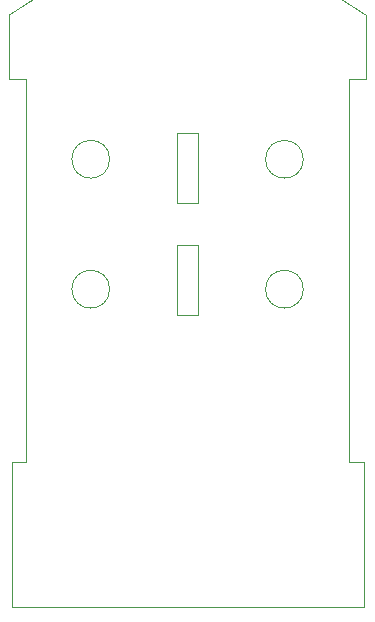
<source format=gbr>
G04 #@! TF.GenerationSoftware,KiCad,Pcbnew,(5.1.2)-2*
G04 #@! TF.CreationDate,2019-12-09T19:40:43+00:00*
G04 #@! TF.ProjectId,main_pcb,6d61696e-5f70-4636-922e-6b696361645f,rev?*
G04 #@! TF.SameCoordinates,Original*
G04 #@! TF.FileFunction,Profile,NP*
%FSLAX46Y46*%
G04 Gerber Fmt 4.6, Leading zero omitted, Abs format (unit mm)*
G04 Created by KiCad (PCBNEW (5.1.2)-2) date 2019-12-09 19:40:43*
%MOMM*%
%LPD*%
G04 APERTURE LIST*
%ADD10C,0.050000*%
G04 APERTURE END LIST*
D10*
X118300000Y-123200000D02*
X118300000Y-110900000D01*
X148100000Y-123200000D02*
X118300000Y-123200000D01*
X148100000Y-110900000D02*
X148100000Y-123200000D01*
X118100001Y-73100000D02*
G75*
G02X148299999Y-73100000I15099999J-21499999D01*
G01*
X148300000Y-78500000D02*
X146900000Y-78500000D01*
X148300000Y-73100000D02*
X148300000Y-78500000D01*
X118100000Y-78500000D02*
X119500000Y-78500000D01*
X118100001Y-73100000D02*
X118100000Y-78500000D01*
X119500000Y-81300000D02*
X119500000Y-78500000D01*
X146900000Y-81300000D02*
X146900000Y-78500000D01*
X146900000Y-110900000D02*
X146900000Y-100300000D01*
X148100000Y-110900000D02*
X146900000Y-110900000D01*
X119500000Y-110900000D02*
X118300000Y-110900000D01*
X119500000Y-100300000D02*
X119500000Y-110900000D01*
X146900000Y-81300000D02*
X146900000Y-100300000D01*
X119500000Y-100300000D02*
X119500000Y-81300000D01*
X134100000Y-92600000D02*
X134100000Y-98500000D01*
X132300000Y-92600000D02*
X132300000Y-98500000D01*
X134100000Y-83100000D02*
X134100000Y-89000000D01*
X132300000Y-83100000D02*
X132300000Y-89000000D01*
X132300000Y-89000000D02*
X134100000Y-89000000D01*
X132300000Y-92600000D02*
X134100000Y-92600000D01*
X132300000Y-98500000D02*
X134100000Y-98500000D01*
X132300000Y-83100000D02*
X134100000Y-83100000D01*
X126600000Y-96300000D02*
G75*
G03X126600000Y-96300000I-1600000J0D01*
G01*
X143000000Y-96300000D02*
G75*
G03X143000000Y-96300000I-1600000J0D01*
G01*
X143000000Y-85300000D02*
G75*
G03X143000000Y-85300000I-1600000J0D01*
G01*
X126600000Y-85300000D02*
G75*
G03X126600000Y-85300000I-1600000J0D01*
G01*
M02*

</source>
